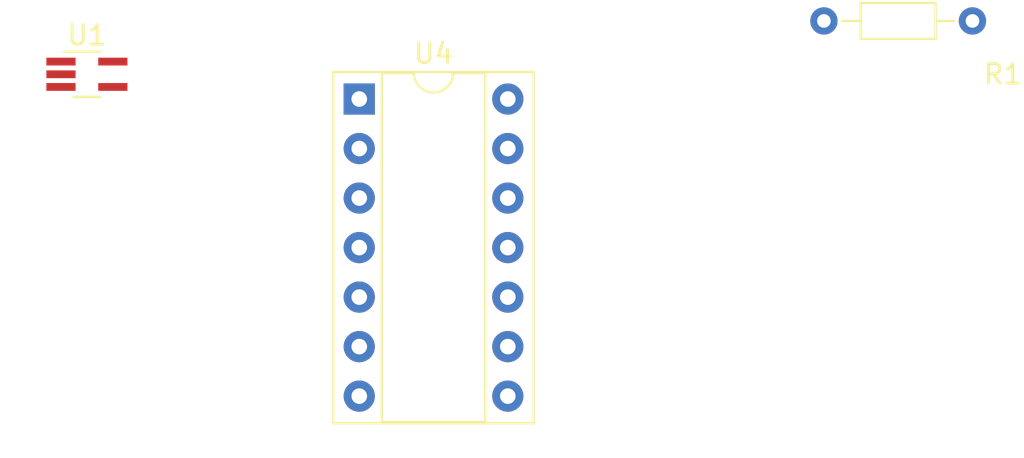
<source format=kicad_pcb>
(kicad_pcb (version 20171130) (host pcbnew "(5.1.4)-1")

  (general
    (thickness 1.6)
    (drawings 0)
    (tracks 0)
    (zones 0)
    (modules 3)
    (nets 20)
  )

  (page A4)
  (layers
    (0 F.Cu signal)
    (31 B.Cu signal)
    (32 B.Adhes user)
    (33 F.Adhes user)
    (34 B.Paste user)
    (35 F.Paste user)
    (36 B.SilkS user)
    (37 F.SilkS user)
    (38 B.Mask user)
    (39 F.Mask user)
    (40 Dwgs.User user)
    (41 Cmts.User user)
    (42 Eco1.User user)
    (43 Eco2.User user)
    (44 Edge.Cuts user)
    (45 Margin user)
    (46 B.CrtYd user)
    (47 F.CrtYd user)
    (48 B.Fab user)
    (49 F.Fab user)
  )

  (setup
    (last_trace_width 0.25)
    (trace_clearance 0.2)
    (zone_clearance 0.508)
    (zone_45_only no)
    (trace_min 0.2)
    (via_size 0.8)
    (via_drill 0.4)
    (via_min_size 0.4)
    (via_min_drill 0.3)
    (uvia_size 0.3)
    (uvia_drill 0.1)
    (uvias_allowed no)
    (uvia_min_size 0.2)
    (uvia_min_drill 0.1)
    (edge_width 0.05)
    (segment_width 0.2)
    (pcb_text_width 0.3)
    (pcb_text_size 1.5 1.5)
    (mod_edge_width 0.12)
    (mod_text_size 1 1)
    (mod_text_width 0.15)
    (pad_size 1.524 1.524)
    (pad_drill 0.762)
    (pad_to_mask_clearance 0.051)
    (solder_mask_min_width 0.25)
    (aux_axis_origin 0 0)
    (visible_elements 7FFFFFFF)
    (pcbplotparams
      (layerselection 0x010fc_ffffffff)
      (usegerberextensions false)
      (usegerberattributes false)
      (usegerberadvancedattributes false)
      (creategerberjobfile false)
      (excludeedgelayer true)
      (linewidth 0.100000)
      (plotframeref false)
      (viasonmask false)
      (mode 1)
      (useauxorigin false)
      (hpglpennumber 1)
      (hpglpenspeed 20)
      (hpglpendiameter 15.000000)
      (psnegative false)
      (psa4output false)
      (plotreference true)
      (plotvalue true)
      (plotinvisibletext false)
      (padsonsilk false)
      (subtractmaskfromsilk false)
      (outputformat 1)
      (mirror false)
      (drillshape 1)
      (scaleselection 1)
      (outputdirectory ""))
  )

  (net 0 "")
  (net 1 VCC)
  (net 2 ADDED_SYNC)
  (net 3 GND)
  (net 4 VIDEO_SYNC)
  (net 5 BURST_SYNC)
  (net 6 CLAMP)
  (net 7 -5V)
  (net 8 "Net-(R13-Pad2)")
  (net 9 "Net-(U4-Pad6)")
  (net 10 "Net-(C4-Pad1)")
  (net 11 "Net-(U4-Pad11)")
  (net 12 "Net-(U4-Pad4)")
  (net 13 "Net-(R9-Pad1)")
  (net 14 +5V)
  (net 15 "Net-(R12-Pad1)")
  (net 16 "Net-(R12-Pad2)")
  (net 17 "Net-(R10-Pad1)")
  (net 18 VIDEO_TO_SYNC)
  (net 19 "Net-(RV1-Pad3)")

  (net_class Default "Ceci est la Netclass par défaut."
    (clearance 0.2)
    (trace_width 0.25)
    (via_dia 0.8)
    (via_drill 0.4)
    (uvia_dia 0.3)
    (uvia_drill 0.1)
    (add_net +5V)
    (add_net -5V)
    (add_net ADDED_SYNC)
    (add_net BURST_SYNC)
    (add_net CLAMP)
    (add_net GND)
    (add_net "Net-(C4-Pad1)")
    (add_net "Net-(R10-Pad1)")
    (add_net "Net-(R12-Pad1)")
    (add_net "Net-(R12-Pad2)")
    (add_net "Net-(R13-Pad2)")
    (add_net "Net-(R9-Pad1)")
    (add_net "Net-(RV1-Pad3)")
    (add_net "Net-(U4-Pad11)")
    (add_net "Net-(U4-Pad4)")
    (add_net "Net-(U4-Pad6)")
    (add_net VCC)
    (add_net VIDEO_SYNC)
    (add_net VIDEO_TO_SYNC)
  )

  (module Resistor_THT:R_Axial_DIN0204_L3.6mm_D1.6mm_P7.62mm_Horizontal (layer F.Cu) (tedit 5AE5139B) (tstamp 5DCCC06C)
    (at 78.445001 32.825001)
    (descr "Resistor, Axial_DIN0204 series, Axial, Horizontal, pin pitch=7.62mm, 0.167W, length*diameter=3.6*1.6mm^2, http://cdn-reichelt.de/documents/datenblatt/B400/1_4W%23YAG.pdf")
    (tags "Resistor Axial_DIN0204 series Axial Horizontal pin pitch 7.62mm 0.167W length 3.6mm diameter 1.6mm")
    (path /5DB6BD67)
    (fp_text reference R1 (at 9.184999 2.734999) (layer F.SilkS)
      (effects (font (size 1 1) (thickness 0.15)))
    )
    (fp_text value 75 (at 3.81 1.92) (layer F.Fab)
      (effects (font (size 1 1) (thickness 0.15)))
    )
    (fp_text user %R (at 3.81 0) (layer F.Fab)
      (effects (font (size 0.72 0.72) (thickness 0.108)))
    )
    (fp_line (start 8.57 -1.05) (end -0.95 -1.05) (layer F.CrtYd) (width 0.05))
    (fp_line (start 8.57 1.05) (end 8.57 -1.05) (layer F.CrtYd) (width 0.05))
    (fp_line (start -0.95 1.05) (end 8.57 1.05) (layer F.CrtYd) (width 0.05))
    (fp_line (start -0.95 -1.05) (end -0.95 1.05) (layer F.CrtYd) (width 0.05))
    (fp_line (start 6.68 0) (end 5.73 0) (layer F.SilkS) (width 0.12))
    (fp_line (start 0.94 0) (end 1.89 0) (layer F.SilkS) (width 0.12))
    (fp_line (start 5.73 -0.92) (end 1.89 -0.92) (layer F.SilkS) (width 0.12))
    (fp_line (start 5.73 0.92) (end 5.73 -0.92) (layer F.SilkS) (width 0.12))
    (fp_line (start 1.89 0.92) (end 5.73 0.92) (layer F.SilkS) (width 0.12))
    (fp_line (start 1.89 -0.92) (end 1.89 0.92) (layer F.SilkS) (width 0.12))
    (fp_line (start 7.62 0) (end 5.61 0) (layer F.Fab) (width 0.1))
    (fp_line (start 0 0) (end 2.01 0) (layer F.Fab) (width 0.1))
    (fp_line (start 5.61 -0.8) (end 2.01 -0.8) (layer F.Fab) (width 0.1))
    (fp_line (start 5.61 0.8) (end 5.61 -0.8) (layer F.Fab) (width 0.1))
    (fp_line (start 2.01 0.8) (end 5.61 0.8) (layer F.Fab) (width 0.1))
    (fp_line (start 2.01 -0.8) (end 2.01 0.8) (layer F.Fab) (width 0.1))
    (pad 2 thru_hole oval (at 7.62 0) (size 1.4 1.4) (drill 0.7) (layers *.Cu *.Mask)
      (net 3 GND))
    (pad 1 thru_hole circle (at 0 0) (size 1.4 1.4) (drill 0.7) (layers *.Cu *.Mask)
      (net 18 VIDEO_TO_SYNC))
    (model ${KISYS3DMOD}/Resistor_THT.3dshapes/R_Axial_DIN0204_L3.6mm_D1.6mm_P7.62mm_Horizontal.wrl
      (at (xyz 0 0 0))
      (scale (xyz 1 1 1))
      (rotate (xyz 0 0 0))
    )
  )

  (module Package_DIP:DIP-14_W7.62mm_Socket (layer F.Cu) (tedit 5A02E8C5) (tstamp 5DC25C94)
    (at 54.61 36.83)
    (descr "14-lead though-hole mounted DIP package, row spacing 7.62 mm (300 mils), Socket")
    (tags "THT DIP DIL PDIP 2.54mm 7.62mm 300mil Socket")
    (path /5DB717D4)
    (fp_text reference U4 (at 3.81 -2.33) (layer F.SilkS)
      (effects (font (size 1 1) (thickness 0.15)))
    )
    (fp_text value LT1251 (at 3.81 17.57) (layer F.Fab)
      (effects (font (size 1 1) (thickness 0.15)))
    )
    (fp_text user %R (at 3.81 7.62) (layer F.Fab)
      (effects (font (size 1 1) (thickness 0.15)))
    )
    (fp_line (start 9.15 -1.6) (end -1.55 -1.6) (layer F.CrtYd) (width 0.05))
    (fp_line (start 9.15 16.85) (end 9.15 -1.6) (layer F.CrtYd) (width 0.05))
    (fp_line (start -1.55 16.85) (end 9.15 16.85) (layer F.CrtYd) (width 0.05))
    (fp_line (start -1.55 -1.6) (end -1.55 16.85) (layer F.CrtYd) (width 0.05))
    (fp_line (start 8.95 -1.39) (end -1.33 -1.39) (layer F.SilkS) (width 0.12))
    (fp_line (start 8.95 16.63) (end 8.95 -1.39) (layer F.SilkS) (width 0.12))
    (fp_line (start -1.33 16.63) (end 8.95 16.63) (layer F.SilkS) (width 0.12))
    (fp_line (start -1.33 -1.39) (end -1.33 16.63) (layer F.SilkS) (width 0.12))
    (fp_line (start 6.46 -1.33) (end 4.81 -1.33) (layer F.SilkS) (width 0.12))
    (fp_line (start 6.46 16.57) (end 6.46 -1.33) (layer F.SilkS) (width 0.12))
    (fp_line (start 1.16 16.57) (end 6.46 16.57) (layer F.SilkS) (width 0.12))
    (fp_line (start 1.16 -1.33) (end 1.16 16.57) (layer F.SilkS) (width 0.12))
    (fp_line (start 2.81 -1.33) (end 1.16 -1.33) (layer F.SilkS) (width 0.12))
    (fp_line (start 8.89 -1.33) (end -1.27 -1.33) (layer F.Fab) (width 0.1))
    (fp_line (start 8.89 16.57) (end 8.89 -1.33) (layer F.Fab) (width 0.1))
    (fp_line (start -1.27 16.57) (end 8.89 16.57) (layer F.Fab) (width 0.1))
    (fp_line (start -1.27 -1.33) (end -1.27 16.57) (layer F.Fab) (width 0.1))
    (fp_line (start 0.635 -0.27) (end 1.635 -1.27) (layer F.Fab) (width 0.1))
    (fp_line (start 0.635 16.51) (end 0.635 -0.27) (layer F.Fab) (width 0.1))
    (fp_line (start 6.985 16.51) (end 0.635 16.51) (layer F.Fab) (width 0.1))
    (fp_line (start 6.985 -1.27) (end 6.985 16.51) (layer F.Fab) (width 0.1))
    (fp_line (start 1.635 -1.27) (end 6.985 -1.27) (layer F.Fab) (width 0.1))
    (fp_arc (start 3.81 -1.33) (end 2.81 -1.33) (angle -180) (layer F.SilkS) (width 0.12))
    (pad 14 thru_hole oval (at 7.62 0) (size 1.6 1.6) (drill 0.8) (layers *.Cu *.Mask)
      (net 6 CLAMP))
    (pad 7 thru_hole oval (at 0 15.24) (size 1.6 1.6) (drill 0.8) (layers *.Cu *.Mask)
      (net 7 -5V))
    (pad 13 thru_hole oval (at 7.62 2.54) (size 1.6 1.6) (drill 0.8) (layers *.Cu *.Mask)
      (net 8 "Net-(R13-Pad2)"))
    (pad 6 thru_hole oval (at 0 12.7) (size 1.6 1.6) (drill 0.8) (layers *.Cu *.Mask)
      (net 9 "Net-(U4-Pad6)"))
    (pad 12 thru_hole oval (at 7.62 5.08) (size 1.6 1.6) (drill 0.8) (layers *.Cu *.Mask)
      (net 10 "Net-(C4-Pad1)"))
    (pad 5 thru_hole oval (at 0 10.16) (size 1.6 1.6) (drill 0.8) (layers *.Cu *.Mask)
      (net 19 "Net-(RV1-Pad3)"))
    (pad 11 thru_hole oval (at 7.62 7.62) (size 1.6 1.6) (drill 0.8) (layers *.Cu *.Mask)
      (net 11 "Net-(U4-Pad11)"))
    (pad 4 thru_hole oval (at 0 7.62) (size 1.6 1.6) (drill 0.8) (layers *.Cu *.Mask)
      (net 12 "Net-(U4-Pad4)"))
    (pad 10 thru_hole oval (at 7.62 10.16) (size 1.6 1.6) (drill 0.8) (layers *.Cu *.Mask)
      (net 3 GND))
    (pad 3 thru_hole oval (at 0 5.08) (size 1.6 1.6) (drill 0.8) (layers *.Cu *.Mask)
      (net 13 "Net-(R9-Pad1)"))
    (pad 9 thru_hole oval (at 7.62 12.7) (size 1.6 1.6) (drill 0.8) (layers *.Cu *.Mask)
      (net 14 +5V))
    (pad 2 thru_hole oval (at 0 2.54) (size 1.6 1.6) (drill 0.8) (layers *.Cu *.Mask)
      (net 15 "Net-(R12-Pad1)"))
    (pad 8 thru_hole oval (at 7.62 15.24) (size 1.6 1.6) (drill 0.8) (layers *.Cu *.Mask)
      (net 16 "Net-(R12-Pad2)"))
    (pad 1 thru_hole rect (at 0 0) (size 1.6 1.6) (drill 0.8) (layers *.Cu *.Mask)
      (net 17 "Net-(R10-Pad1)"))
    (model ${KISYS3DMOD}/Package_DIP.3dshapes/DIP-14_W7.62mm_Socket.wrl
      (at (xyz 0 0 0))
      (scale (xyz 1 1 1))
      (rotate (xyz 0 0 0))
    )
  )

  (module Package_TO_SOT_SMD:SOT-353_SC-70-5_Handsoldering (layer F.Cu) (tedit 5C9ED275) (tstamp 5DC25C6A)
    (at 40.64 35.56)
    (descr "SOT-353, SC-70-5, Handsoldering")
    (tags "SOT-353 SC-70-5 Handsoldering")
    (path /5DBC86F7)
    (attr smd)
    (fp_text reference U1 (at 0 -2) (layer F.SilkS)
      (effects (font (size 1 1) (thickness 0.15)))
    )
    (fp_text value 74AHC1G08 (at 0 2 180) (layer F.Fab)
      (effects (font (size 1 1) (thickness 0.15)))
    )
    (fp_line (start -0.175 -1.1) (end -0.675 -0.6) (layer F.Fab) (width 0.1))
    (fp_line (start 0.675 1.1) (end -0.675 1.1) (layer F.Fab) (width 0.1))
    (fp_line (start 0.675 -1.1) (end 0.675 1.1) (layer F.Fab) (width 0.1))
    (fp_line (start -2.4 1.4) (end 2.4 1.4) (layer F.CrtYd) (width 0.05))
    (fp_line (start -0.675 -0.6) (end -0.675 1.1) (layer F.Fab) (width 0.1))
    (fp_line (start 0.675 -1.1) (end -0.175 -1.1) (layer F.Fab) (width 0.1))
    (fp_line (start -2.4 -1.4) (end 2.4 -1.4) (layer F.CrtYd) (width 0.05))
    (fp_line (start -2.4 -1.4) (end -2.4 1.4) (layer F.CrtYd) (width 0.05))
    (fp_line (start 2.4 1.4) (end 2.4 -1.4) (layer F.CrtYd) (width 0.05))
    (fp_line (start -0.7 1.16) (end 0.7 1.16) (layer F.SilkS) (width 0.12))
    (fp_line (start 0.7 -1.16) (end -1.2 -1.16) (layer F.SilkS) (width 0.12))
    (fp_text user %R (at 0 0 90) (layer F.Fab)
      (effects (font (size 0.5 0.5) (thickness 0.075)))
    )
    (pad 5 smd rect (at 1.33 -0.65) (size 1.5 0.4) (layers F.Cu F.Paste F.Mask)
      (net 1 VCC))
    (pad 4 smd rect (at 1.33 0.65) (size 1.5 0.4) (layers F.Cu F.Paste F.Mask)
      (net 2 ADDED_SYNC))
    (pad 3 smd rect (at -1.33 0.65) (size 1.5 0.4) (layers F.Cu F.Paste F.Mask)
      (net 3 GND))
    (pad 2 smd rect (at -1.33 0) (size 1.5 0.4) (layers F.Cu F.Paste F.Mask)
      (net 4 VIDEO_SYNC))
    (pad 1 smd rect (at -1.33 -0.65) (size 1.5 0.4) (layers F.Cu F.Paste F.Mask)
      (net 5 BURST_SYNC))
    (model ${KISYS3DMOD}/Package_TO_SOT_SMD.3dshapes/SOT-353_SC-70-5.wrl
      (at (xyz 0 0 0))
      (scale (xyz 1 1 1))
      (rotate (xyz 0 0 0))
    )
  )

)

</source>
